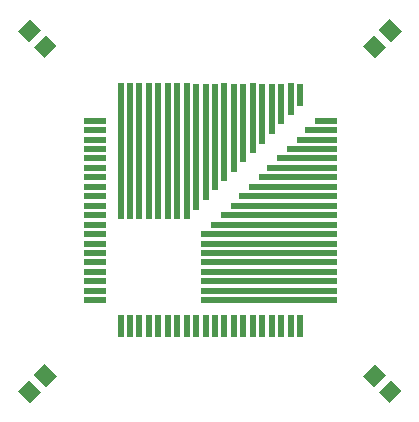
<source format=gbr>
G04 EAGLE Gerber RS-274X export*
G75*
%MOMM*%
%FSLAX34Y34*%
%LPD*%
%INSolderpaste Top*%
%IPPOS*%
%AMOC8*
5,1,8,0,0,1.08239X$1,22.5*%
G01*
%ADD10R,1.900000X0.550000*%
%ADD11R,0.550000X1.900000*%
%ADD12R,11.500000X0.550000*%
%ADD13R,0.550000X11.500000*%
%ADD14R,0.550000X10.700000*%
%ADD15R,0.550000X9.900000*%
%ADD16R,9.900000X0.550000*%
%ADD17R,9.100000X0.550000*%
%ADD18R,0.550000X9.100000*%
%ADD19R,0.550000X8.300000*%
%ADD20R,8.300000X0.550000*%
%ADD21R,7.500000X0.550000*%
%ADD22R,0.550000X7.500000*%
%ADD23R,10.700000X0.550000*%
%ADD24R,6.700000X0.550000*%
%ADD25R,0.550000X6.700000*%
%ADD26R,0.550000X5.900000*%
%ADD27R,5.900000X0.550000*%
%ADD28R,5.100000X0.550000*%
%ADD29R,0.550000X5.100000*%
%ADD30R,0.550000X4.300000*%
%ADD31R,4.300000X0.550000*%
%ADD32R,3.500000X0.550000*%
%ADD33R,0.550000X3.500000*%
%ADD34R,2.700000X0.550000*%
%ADD35R,0.550000X2.700000*%
%ADD36R,1.300000X1.500000*%


D10*
X105640Y167640D03*
X105640Y175640D03*
X105640Y183640D03*
X105640Y191640D03*
X105640Y199640D03*
X105640Y207640D03*
X105640Y127640D03*
X105640Y135640D03*
X105640Y143640D03*
X105640Y151640D03*
X105640Y159640D03*
D11*
X127640Y105640D03*
X135640Y105640D03*
X143640Y105640D03*
X151640Y105640D03*
X159640Y105640D03*
X167640Y105640D03*
X183640Y105640D03*
X175640Y105640D03*
X191640Y105640D03*
X199640Y105640D03*
X207640Y105640D03*
X215640Y105640D03*
X223640Y105640D03*
X231640Y105640D03*
X239640Y105640D03*
X247640Y105640D03*
X255640Y105640D03*
X263640Y105640D03*
X271640Y105640D03*
X279640Y105640D03*
D10*
X301640Y279640D03*
X105640Y215640D03*
X105640Y223640D03*
X105640Y231640D03*
X105640Y239640D03*
X105640Y247640D03*
X105640Y255640D03*
X105640Y263640D03*
X105640Y279640D03*
X105640Y271640D03*
D11*
X279640Y301640D03*
D12*
X253640Y127640D03*
X253640Y183640D03*
X253640Y135640D03*
X253640Y143640D03*
X253640Y151640D03*
X253640Y159640D03*
X253640Y167640D03*
X253640Y175640D03*
D13*
X135640Y253640D03*
X183640Y253640D03*
X175640Y253640D03*
X167640Y253640D03*
X159640Y253640D03*
X151640Y253640D03*
X143640Y253640D03*
X127640Y253640D03*
D14*
X191640Y257640D03*
D15*
X199640Y261640D03*
D16*
X261640Y199640D03*
D17*
X265640Y207640D03*
D18*
X207640Y265640D03*
D19*
X215640Y269640D03*
D20*
X269640Y215640D03*
D21*
X273640Y223640D03*
D22*
X223640Y273640D03*
D23*
X257640Y191640D03*
D24*
X277640Y231640D03*
D25*
X231640Y277640D03*
D26*
X239640Y281640D03*
D27*
X281640Y239640D03*
D28*
X285640Y247640D03*
D29*
X247640Y285640D03*
D30*
X255640Y289640D03*
D31*
X289640Y255640D03*
D32*
X293640Y263640D03*
D33*
X263640Y293640D03*
D34*
X297640Y271640D03*
D35*
X271640Y297640D03*
D36*
G36*
X60331Y49725D02*
X51139Y40533D01*
X40533Y51139D01*
X49725Y60331D01*
X60331Y49725D01*
G37*
G36*
X73767Y63161D02*
X64575Y53969D01*
X53969Y64575D01*
X63161Y73767D01*
X73767Y63161D01*
G37*
G36*
X64575Y352431D02*
X73767Y343239D01*
X63161Y332633D01*
X53969Y341825D01*
X64575Y352431D01*
G37*
G36*
X51139Y365867D02*
X60331Y356675D01*
X49725Y346069D01*
X40533Y355261D01*
X51139Y365867D01*
G37*
G36*
X341825Y53969D02*
X332633Y63161D01*
X343239Y73767D01*
X352431Y64575D01*
X341825Y53969D01*
G37*
G36*
X355261Y40533D02*
X346069Y49725D01*
X356675Y60331D01*
X365867Y51139D01*
X355261Y40533D01*
G37*
G36*
X352431Y341825D02*
X343239Y332633D01*
X332633Y343239D01*
X341825Y352431D01*
X352431Y341825D01*
G37*
G36*
X365867Y355261D02*
X356675Y346069D01*
X346069Y356675D01*
X355261Y365867D01*
X365867Y355261D01*
G37*
M02*

</source>
